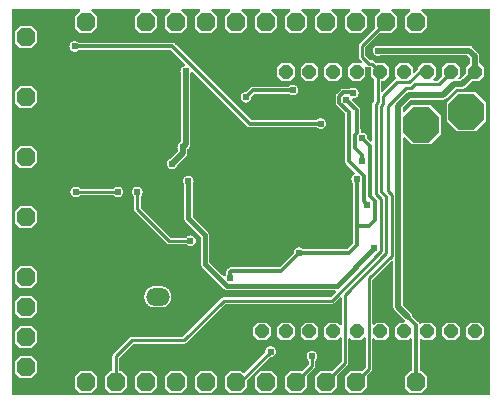
<source format=gbr>
%FSLAX23Y23*%
%MOIN*%
G70*
G01*
G75*
G04 Layer_Physical_Order=2*
G04 Layer_Color=16711680*
%ADD10R,0.024X0.024*%
%ADD11R,0.012X0.016*%
%ADD12R,0.126X0.055*%
%ADD13R,0.031X0.024*%
%ADD14R,0.018X0.012*%
%ADD15R,0.024X0.020*%
%ADD16R,0.024X0.031*%
%ADD17R,0.039X0.039*%
%ADD18R,0.033X0.014*%
%ADD19R,0.028X0.039*%
%ADD20R,0.039X0.079*%
%ADD21R,0.039X0.063*%
%ADD22R,0.059X0.059*%
%ADD23R,0.020X0.010*%
%ADD24R,0.010X0.020*%
G04:AMPARAMS|DCode=25|XSize=20mil|YSize=10mil|CornerRadius=0mil|HoleSize=0mil|Usage=FLASHONLY|Rotation=90.000|XOffset=0mil|YOffset=0mil|HoleType=Round|Shape=Octagon|*
%AMOCTAGOND25*
4,1,8,0.002,0.010,-0.002,0.010,-0.005,0.007,-0.005,-0.007,-0.002,-0.010,0.002,-0.010,0.005,-0.007,0.005,0.007,0.002,0.010,0.0*
%
%ADD25OCTAGOND25*%

%ADD26R,0.039X0.039*%
%ADD27C,0.010*%
%ADD28C,0.010*%
%ADD29C,0.012*%
%ADD30C,0.020*%
%ADD31C,0.016*%
%ADD32C,0.014*%
%ADD33P,0.068X8X292.5*%
%ADD34P,0.051X8X202.5*%
%ADD35P,0.068X8X202.5*%
%ADD36O,0.079X0.059*%
%ADD37P,0.128X8X22.5*%
%ADD38C,0.059*%
%ADD39C,0.024*%
%ADD40C,0.026*%
G36*
X248Y-44D02*
X-1346D01*
Y1243D01*
X-1119D01*
Y1237D01*
X-1137Y1219D01*
Y1181D01*
X-1119Y1163D01*
X-1081D01*
X-1063Y1181D01*
Y1219D01*
X-1081Y1237D01*
Y1237D01*
D01*
Y1239D01*
X-1077Y1243D01*
X-919D01*
Y1237D01*
X-937Y1219D01*
Y1181D01*
X-919Y1163D01*
X-881D01*
X-863Y1181D01*
Y1219D01*
X-881Y1237D01*
Y1237D01*
D01*
Y1239D01*
X-877Y1243D01*
X-819D01*
Y1237D01*
X-837Y1219D01*
Y1181D01*
X-819Y1163D01*
X-781D01*
X-763Y1181D01*
Y1219D01*
X-781Y1237D01*
Y1237D01*
D01*
Y1239D01*
X-777Y1243D01*
X-719D01*
Y1237D01*
X-737Y1219D01*
Y1181D01*
X-719Y1163D01*
X-681D01*
X-663Y1181D01*
Y1219D01*
X-681Y1237D01*
Y1237D01*
D01*
Y1239D01*
X-677Y1243D01*
X-619D01*
Y1237D01*
X-637Y1219D01*
Y1181D01*
X-619Y1163D01*
X-581D01*
X-563Y1181D01*
Y1219D01*
X-581Y1237D01*
Y1237D01*
D01*
Y1239D01*
X-577Y1243D01*
X-519D01*
Y1237D01*
X-537Y1219D01*
Y1181D01*
X-519Y1163D01*
X-481D01*
X-463Y1181D01*
Y1219D01*
X-481Y1237D01*
Y1237D01*
D01*
Y1239D01*
X-477Y1243D01*
X-419D01*
Y1237D01*
X-437Y1219D01*
Y1181D01*
X-419Y1163D01*
X-381D01*
X-363Y1181D01*
Y1219D01*
X-381Y1237D01*
Y1237D01*
D01*
Y1239D01*
X-377Y1243D01*
X-319D01*
Y1237D01*
X-337Y1219D01*
Y1181D01*
X-319Y1163D01*
X-281D01*
X-263Y1181D01*
Y1219D01*
X-281Y1237D01*
Y1237D01*
D01*
Y1239D01*
X-277Y1243D01*
X-219D01*
Y1237D01*
X-237Y1219D01*
Y1181D01*
X-219Y1163D01*
X-181D01*
X-163Y1181D01*
Y1219D01*
X-181Y1237D01*
Y1237D01*
D01*
Y1239D01*
X-177Y1243D01*
X-119D01*
Y1237D01*
X-137Y1219D01*
Y1181D01*
X-136Y1180D01*
X-187Y1129D01*
X-187Y1128D01*
X-187Y1128D01*
X-188Y1127D01*
X-188Y1127D01*
X-188Y1127D01*
X-188Y1126D01*
X-189Y1126D01*
X-189Y1125D01*
X-189Y1125D01*
X-189Y1124D01*
X-189Y1124D01*
X-190Y1123D01*
X-190Y1123D01*
X-190Y1122D01*
X-190Y1122D01*
X-190Y1121D01*
Y1084D01*
X-190Y1083D01*
X-190Y1083D01*
X-190Y1082D01*
X-190Y1082D01*
X-189Y1081D01*
X-189Y1081D01*
X-189Y1080D01*
X-189Y1080D01*
X-189Y1079D01*
X-188Y1079D01*
X-188Y1078D01*
X-188Y1078D01*
X-188Y1078D01*
X-187Y1077D01*
X-187Y1077D01*
X-187Y1076D01*
X-179Y1068D01*
X-183Y1065D01*
X-212D01*
X-227Y1050D01*
Y1020D01*
X-212Y1005D01*
X-183D01*
X-168Y1020D01*
Y1050D01*
X-160Y1051D01*
X-160Y1051D01*
D01*
X-160Y1051D01*
X-160Y1051D01*
X-159Y1051D01*
X-159Y1051D01*
X-159Y1051D01*
X-158Y1051D01*
X-158Y1051D01*
X-158Y1051D01*
D01*
X-158Y1051D01*
X-158Y1051D01*
X-157Y1051D01*
X-157Y1051D01*
X-150D01*
X-148Y1049D01*
Y1020D01*
X-138Y1010D01*
Y938D01*
X-142Y934D01*
X-142Y934D01*
X-143Y933D01*
X-143Y933D01*
X-143Y933D01*
X-144Y932D01*
X-144Y932D01*
X-144Y931D01*
X-144Y931D01*
X-145Y930D01*
X-145Y930D01*
X-145Y929D01*
X-145Y929D01*
X-145Y928D01*
X-145Y928D01*
X-145Y927D01*
X-145Y927D01*
Y805D01*
X-151Y802D01*
X-161Y813D01*
X-161Y813D01*
X-161Y814D01*
X-161Y815D01*
X-161Y815D01*
X-161Y816D01*
X-162Y817D01*
X-162Y818D01*
X-162Y818D01*
X-162Y819D01*
X-162Y820D01*
X-162Y820D01*
X-163Y821D01*
X-163Y822D01*
X-163Y822D01*
X-164Y823D01*
X-164Y824D01*
X-165Y824D01*
X-165Y825D01*
X-165Y825D01*
X-166Y826D01*
X-166Y827D01*
X-167Y827D01*
X-168Y828D01*
X-168Y828D01*
X-169Y828D01*
X-169Y829D01*
X-170Y829D01*
X-171Y830D01*
X-171Y830D01*
X-172Y830D01*
X-173Y831D01*
X-173Y831D01*
X-174Y831D01*
X-175Y831D01*
X-175Y831D01*
X-176Y831D01*
X-177Y832D01*
X-178Y832D01*
X-178Y832D01*
X-179Y832D01*
X-180Y832D01*
X-180Y832D01*
X-181Y832D01*
X-181Y832D01*
X-185Y861D01*
Y907D01*
X-185Y908D01*
X-185Y908D01*
X-186Y909D01*
X-186Y910D01*
X-186Y910D01*
X-186Y911D01*
X-186Y911D01*
X-186Y912D01*
X-187Y912D01*
X-187Y913D01*
X-187Y913D01*
X-187Y914D01*
X-188Y914D01*
X-188Y915D01*
X-188Y915D01*
X-189Y916D01*
X-212Y939D01*
X-212Y945D01*
X-210Y946D01*
X-209Y946D01*
X-209Y946D01*
X-208Y946D01*
X-207Y946D01*
X-207Y946D01*
X-206Y946D01*
X-205Y947D01*
X-204Y947D01*
X-204Y947D01*
X-203Y947D01*
X-202Y947D01*
X-202Y947D01*
X-201Y948D01*
X-200Y948D01*
X-200Y948D01*
X-199Y949D01*
X-198Y949D01*
X-198Y950D01*
X-197Y950D01*
X-197Y950D01*
X-196Y951D01*
X-195Y951D01*
X-195Y952D01*
X-194Y953D01*
X-194Y953D01*
X-194Y954D01*
X-193Y954D01*
X-193Y955D01*
X-192Y956D01*
X-192Y956D01*
X-192Y957D01*
X-191Y958D01*
X-191Y958D01*
X-191Y959D01*
X-191Y960D01*
X-191Y960D01*
X-191Y961D01*
X-190Y962D01*
X-190Y963D01*
X-190Y963D01*
X-190Y964D01*
X-190Y965D01*
X-190Y965D01*
X-190Y966D01*
X-191Y967D01*
X-191Y968D01*
X-191Y968D01*
X-191Y969D01*
X-191Y970D01*
X-191Y970D01*
X-192Y971D01*
X-192Y972D01*
X-192Y972D01*
X-193Y973D01*
X-193Y974D01*
X-194Y974D01*
X-194Y975D01*
X-194Y975D01*
X-195Y976D01*
X-195Y977D01*
X-196Y977D01*
X-197Y978D01*
X-197Y978D01*
X-198Y978D01*
X-198Y979D01*
X-199Y979D01*
X-200Y980D01*
X-200Y980D01*
X-201Y980D01*
X-202Y981D01*
X-202Y981D01*
X-203Y981D01*
X-204Y981D01*
X-204Y981D01*
X-205Y981D01*
X-206Y982D01*
X-207Y982D01*
X-207Y982D01*
X-208Y982D01*
X-209Y982D01*
X-209Y982D01*
X-210Y982D01*
X-211Y981D01*
X-212Y981D01*
X-212Y981D01*
X-213Y981D01*
X-214Y981D01*
X-214Y981D01*
X-215Y980D01*
X-216Y980D01*
X-216Y980D01*
X-217Y979D01*
X-218Y979D01*
X-218Y978D01*
X-219Y978D01*
X-219Y978D01*
X-220Y977D01*
X-242D01*
X-242Y977D01*
X-243Y977D01*
X-244Y977D01*
X-244Y977D01*
X-245Y977D01*
X-245Y977D01*
X-246Y977D01*
X-246Y977D01*
X-247Y976D01*
X-247Y976D01*
X-248Y976D01*
X-248Y975D01*
X-249Y975D01*
X-249Y975D01*
X-250Y974D01*
X-250Y974D01*
X-264Y960D01*
X-264Y960D01*
X-265Y959D01*
X-265Y959D01*
X-265Y958D01*
X-266Y958D01*
X-266Y957D01*
X-266Y957D01*
X-267Y956D01*
X-267Y956D01*
X-267Y955D01*
X-267Y955D01*
X-267Y954D01*
X-267Y954D01*
X-267Y953D01*
X-267Y952D01*
X-267Y952D01*
Y932D01*
X-267Y931D01*
X-267Y931D01*
X-267Y931D01*
X-267D01*
X-267Y930D01*
X-267Y930D01*
X-267Y929D01*
X-267Y929D01*
X-267D01*
X-267Y929D01*
X-267Y928D01*
X-267Y927D01*
X-266Y927D01*
X-266Y927D01*
X-266Y927D01*
X-266Y926D01*
X-266Y926D01*
X-265Y925D01*
X-265Y925D01*
X-265Y925D01*
X-264Y924D01*
X-264Y924D01*
X-235Y895D01*
Y736D01*
X-235Y736D01*
X-235Y735D01*
X-235Y735D01*
X-235Y734D01*
X-235Y734D01*
X-235Y733D01*
X-234Y732D01*
X-234Y732D01*
X-234Y731D01*
X-234Y731D01*
X-233Y730D01*
X-233Y730D01*
X-233Y729D01*
X-232Y729D01*
X-232Y729D01*
X-232Y728D01*
X-208Y704D01*
X-204Y694D01*
X-204Y693D01*
X-204Y693D01*
X-205Y693D01*
X-206Y693D01*
X-206Y692D01*
X-207Y692D01*
X-208Y691D01*
X-208Y691D01*
X-209Y690D01*
X-209Y690D01*
X-210Y689D01*
X-210Y689D01*
X-211Y688D01*
X-211Y688D01*
X-212Y687D01*
X-212Y687D01*
X-212Y686D01*
X-213Y685D01*
X-213Y685D01*
X-213Y684D01*
X-214Y683D01*
X-214Y683D01*
X-214Y682D01*
X-214Y681D01*
X-215Y681D01*
X-215Y680D01*
X-215Y679D01*
X-215Y678D01*
X-215Y678D01*
X-215Y677D01*
X-215Y676D01*
X-215Y676D01*
X-215Y675D01*
X-215Y674D01*
X-215Y673D01*
X-214Y673D01*
X-214Y672D01*
X-214Y671D01*
X-214Y671D01*
X-213Y670D01*
X-213Y669D01*
X-213Y669D01*
X-212Y668D01*
X-212Y667D01*
X-212Y667D01*
X-211Y666D01*
X-211Y666D01*
X-210Y665D01*
X-210Y664D01*
X-209Y664D01*
X-209Y664D01*
Y519D01*
Y462D01*
X-228Y443D01*
X-376D01*
X-376Y443D01*
X-377Y444D01*
X-378Y444D01*
X-378Y445D01*
X-379Y445D01*
X-379Y445D01*
X-380Y446D01*
X-380Y446D01*
X-381Y447D01*
X-382Y447D01*
X-382Y447D01*
X-383Y448D01*
X-384Y448D01*
X-384Y448D01*
X-385Y448D01*
X-386Y448D01*
X-387Y448D01*
X-387Y449D01*
X-388Y449D01*
X-389Y449D01*
X-390Y449D01*
X-390Y449D01*
X-391Y449D01*
X-392Y449D01*
X-392Y448D01*
X-393Y448D01*
X-394Y448D01*
X-395Y448D01*
X-395Y448D01*
X-396Y448D01*
X-397Y447D01*
X-397Y447D01*
X-398Y447D01*
X-399Y446D01*
X-399Y446D01*
X-400Y445D01*
X-400Y445D01*
X-401Y445D01*
X-402Y444D01*
X-402Y444D01*
X-403Y443D01*
X-403Y442D01*
X-404Y442D01*
X-404Y441D01*
X-404Y441D01*
X-405Y440D01*
X-405Y439D01*
X-405Y439D01*
X-406Y438D01*
X-406Y437D01*
X-406Y437D01*
X-407Y436D01*
X-407Y435D01*
X-407Y435D01*
X-407Y434D01*
X-407Y433D01*
X-407Y432D01*
X-407Y432D01*
X-407Y431D01*
X-407Y430D01*
X-407Y430D01*
X-407Y430D01*
X-453Y384D01*
X-615D01*
X-615Y384D01*
X-616Y384D01*
X-616Y384D01*
X-617Y384D01*
X-617Y384D01*
X-618Y383D01*
X-618Y383D01*
X-619Y383D01*
X-620Y383D01*
X-620Y383D01*
X-621Y382D01*
X-621Y382D01*
X-622Y382D01*
X-622Y381D01*
X-622Y381D01*
X-623Y381D01*
X-623Y380D01*
X-627Y376D01*
X-628Y376D01*
X-628Y375D01*
X-628Y375D01*
X-629Y375D01*
X-629Y374D01*
X-629Y374D01*
X-630Y373D01*
X-630Y373D01*
X-630Y372D01*
X-630Y371D01*
X-630Y371D01*
X-631Y370D01*
X-631Y370D01*
X-631Y369D01*
X-631Y369D01*
X-631Y368D01*
Y359D01*
X-631Y359D01*
X-632Y359D01*
X-632Y358D01*
X-633Y357D01*
X-633Y357D01*
X-633Y356D01*
X-634Y356D01*
X-634Y355D01*
X-635Y354D01*
X-635Y354D01*
X-635Y353D01*
X-635Y353D01*
X-636Y353D01*
X-646Y356D01*
X-690Y400D01*
Y491D01*
X-690Y492D01*
X-690Y492D01*
X-690Y492D01*
X-690Y493D01*
X-690Y494D01*
X-690Y494D01*
X-690Y495D01*
X-690Y495D01*
X-691Y496D01*
X-691Y497D01*
X-691Y497D01*
X-691Y498D01*
X-691Y498D01*
X-691Y498D01*
X-692Y498D01*
X-692Y499D01*
X-692Y499D01*
X-692Y499D01*
X-693Y500D01*
X-693Y500D01*
X-693Y500D01*
X-694Y501D01*
X-744Y551D01*
Y659D01*
X-744Y659D01*
X-744Y660D01*
X-743Y660D01*
X-743Y661D01*
X-742Y662D01*
X-742Y662D01*
X-742Y663D01*
X-741Y664D01*
X-741Y664D01*
X-741Y665D01*
X-741Y666D01*
X-741Y666D01*
X-741Y667D01*
X-740Y668D01*
X-740Y669D01*
X-740Y669D01*
X-740Y670D01*
X-740Y671D01*
X-740Y671D01*
X-740Y672D01*
X-741Y673D01*
X-741Y674D01*
X-741Y674D01*
X-741Y675D01*
X-741Y676D01*
X-741Y676D01*
X-742Y677D01*
X-742Y678D01*
X-742Y678D01*
X-743Y679D01*
X-743Y680D01*
X-744Y680D01*
X-744Y681D01*
X-744Y681D01*
X-745Y682D01*
X-745Y683D01*
X-746Y683D01*
X-747Y684D01*
X-747Y684D01*
X-748Y684D01*
X-748Y685D01*
X-749Y685D01*
X-750Y686D01*
X-750Y686D01*
X-751Y686D01*
X-752Y687D01*
X-752Y687D01*
X-753Y687D01*
X-754Y687D01*
X-754Y687D01*
X-755Y687D01*
X-756Y688D01*
X-757Y688D01*
X-757Y688D01*
X-758Y688D01*
X-759Y688D01*
X-759Y688D01*
X-760Y688D01*
X-761Y687D01*
X-762Y687D01*
X-762Y687D01*
X-763Y687D01*
X-764Y687D01*
X-764Y687D01*
X-765Y686D01*
X-766Y686D01*
X-766Y686D01*
X-767Y685D01*
X-768Y685D01*
X-768Y684D01*
X-769Y684D01*
X-769Y684D01*
X-770Y683D01*
X-771Y683D01*
X-771Y682D01*
X-772Y681D01*
X-772Y681D01*
X-772Y680D01*
X-773Y680D01*
X-773Y679D01*
X-774Y678D01*
X-774Y678D01*
X-774Y677D01*
X-775Y676D01*
X-775Y676D01*
X-775Y675D01*
X-775Y674D01*
X-775Y674D01*
X-775Y673D01*
X-776Y672D01*
X-776Y671D01*
X-776Y671D01*
X-776Y670D01*
X-776Y669D01*
X-776Y669D01*
X-776Y668D01*
X-775Y667D01*
X-775Y666D01*
X-775Y666D01*
X-775Y665D01*
X-775Y664D01*
X-775Y664D01*
X-774Y663D01*
X-774Y662D01*
X-774Y662D01*
X-773Y661D01*
X-773Y660D01*
X-772Y660D01*
X-772Y659D01*
X-772Y659D01*
Y546D01*
X-772Y545D01*
X-772Y544D01*
X-772Y544D01*
X-772Y543D01*
X-771Y542D01*
X-771Y542D01*
X-771D01*
X-771Y542D01*
X-771Y541D01*
X-771Y541D01*
X-771D01*
X-771Y541D01*
X-771Y540D01*
X-770Y539D01*
X-770Y539D01*
X-770Y538D01*
X-769Y538D01*
X-769Y537D01*
X-769Y537D01*
X-768Y536D01*
X-768Y536D01*
X-768Y536D01*
X-768Y536D01*
X-717Y485D01*
Y394D01*
X-717Y394D01*
X-717Y393D01*
X-717Y392D01*
X-717Y392D01*
X-717Y391D01*
X-717Y390D01*
X-716Y390D01*
X-716Y389D01*
X-716Y389D01*
X-716Y388D01*
X-715Y388D01*
X-715Y387D01*
X-715Y386D01*
X-714Y386D01*
X-714Y385D01*
X-714Y385D01*
X-713Y384D01*
X-639Y311D01*
Y311D01*
X-639Y311D01*
X-639Y311D01*
Y311D01*
X-639Y310D01*
X-638Y310D01*
X-638Y309D01*
X-637Y309D01*
X-637Y309D01*
X-636Y308D01*
X-636Y308D01*
X-635Y308D01*
X-635Y308D01*
X-634Y307D01*
X-634Y307D01*
X-634Y307D01*
D01*
X-634Y307D01*
X-634Y307D01*
X-633Y307D01*
X-633Y307D01*
X-633Y307D01*
X-633Y307D01*
D01*
X-633Y307D01*
X-633Y307D01*
X-632Y307D01*
X-632Y307D01*
X-632Y307D01*
X-632Y307D01*
D01*
X-632Y307D01*
X-632Y307D01*
X-631Y307D01*
X-630Y307D01*
X-630Y307D01*
X-630Y307D01*
X-268D01*
X-266Y301D01*
X-284Y283D01*
X-640D01*
X-641Y283D01*
X-641Y283D01*
X-642Y283D01*
X-642Y283D01*
X-643Y282D01*
X-643Y282D01*
X-644Y282D01*
X-644Y282D01*
X-644Y282D01*
X-645Y282D01*
X-645Y281D01*
X-646Y281D01*
X-646Y281D01*
X-646Y281D01*
X-647Y280D01*
X-647Y280D01*
X-648Y280D01*
X-778Y149D01*
X-947D01*
X-948Y149D01*
X-949Y149D01*
X-949Y149D01*
X-950Y149D01*
X-950Y149D01*
X-951Y149D01*
X-951Y149D01*
X-952Y149D01*
X-952Y148D01*
X-952Y148D01*
X-953Y148D01*
X-953Y148D01*
X-954Y147D01*
X-954Y147D01*
X-954Y147D01*
X-955Y147D01*
X-955Y146D01*
X-1008Y94D01*
X-1008Y93D01*
X-1008Y93D01*
X-1009Y92D01*
X-1009Y92D01*
X-1009Y92D01*
X-1009Y91D01*
X-1010Y91D01*
X-1010Y90D01*
X-1010Y90D01*
X-1010Y89D01*
X-1010Y89D01*
X-1011Y88D01*
X-1011Y88D01*
X-1011Y87D01*
X-1011Y87D01*
X-1011Y86D01*
Y37D01*
X-1019D01*
X-1037Y19D01*
Y-19D01*
X-1019Y-37D01*
X-981D01*
X-963Y-19D01*
Y19D01*
X-981Y37D01*
X-989D01*
Y82D01*
X-943Y128D01*
X-774D01*
X-773Y128D01*
X-772Y128D01*
X-772Y128D01*
X-771Y128D01*
X-771Y128D01*
X-771D01*
X-771Y128D01*
X-771Y128D01*
X-770Y128D01*
X-770Y128D01*
X-769Y129D01*
X-769Y129D01*
X-768Y129D01*
X-768Y129D01*
X-768Y129D01*
X-768Y129D01*
X-767Y130D01*
X-767Y130D01*
X-767Y130D01*
X-766Y130D01*
X-766Y131D01*
X-636Y261D01*
X-280D01*
X-279Y261D01*
X-279Y261D01*
X-278Y261D01*
X-278Y261D01*
X-277Y262D01*
X-277D01*
X-277Y262D01*
X-277Y262D01*
X-277Y262D01*
X-276Y262D01*
X-276Y262D01*
X-275Y262D01*
X-275Y263D01*
X-275Y263D01*
X-275Y263D01*
X-274Y263D01*
X-274Y263D01*
X-274Y263D01*
X-273Y264D01*
X-273Y264D01*
X-272Y264D01*
X-252Y284D01*
X-247Y282D01*
Y191D01*
X-252Y189D01*
X-261Y198D01*
X-291D01*
X-306Y184D01*
Y154D01*
X-291Y139D01*
X-261D01*
X-252Y149D01*
X-247Y146D01*
Y68D01*
X-278Y37D01*
X-281D01*
X-281Y37D01*
X-281Y37D01*
X-319D01*
X-337Y19D01*
Y-19D01*
X-319Y-37D01*
X-281D01*
X-263Y-19D01*
Y19D01*
X-264Y20D01*
X-228Y56D01*
X-228Y57D01*
X-228Y57D01*
X-227Y58D01*
X-227Y58D01*
X-227Y59D01*
X-226Y59D01*
X-226Y60D01*
X-226Y60D01*
X-226Y60D01*
X-226Y61D01*
X-226Y61D01*
X-225Y62D01*
X-225Y62D01*
X-225Y63D01*
X-225Y63D01*
X-225Y64D01*
Y145D01*
X-220Y147D01*
X-212Y139D01*
X-183D01*
X-172Y150D01*
X-167Y148D01*
Y48D01*
X-178Y37D01*
X-181D01*
X-181Y37D01*
X-181Y37D01*
X-219D01*
X-237Y19D01*
Y-19D01*
X-219Y-37D01*
X-181D01*
X-163Y-19D01*
Y19D01*
X-164Y20D01*
X-148Y36D01*
X-148Y37D01*
X-148Y37D01*
X-147Y38D01*
X-147Y38D01*
X-147Y38D01*
X-147Y39D01*
X-146Y39D01*
X-146Y40D01*
X-146Y40D01*
X-146Y40D01*
X-146Y40D01*
X-146Y41D01*
X-146Y41D01*
X-146Y41D01*
X-146Y41D01*
Y41D01*
X-145Y42D01*
X-145Y42D01*
X-145Y43D01*
X-145Y43D01*
X-145Y44D01*
Y143D01*
X-140Y146D01*
X-134Y139D01*
X-104D01*
X-89Y154D01*
Y184D01*
X-104Y198D01*
X-134D01*
X-140Y192D01*
X-145Y194D01*
Y341D01*
X-80Y407D01*
X-75Y404D01*
Y249D01*
X-75Y249D01*
X-74Y248D01*
X-74Y248D01*
X-74Y247D01*
X-74Y247D01*
X-74Y247D01*
X-74Y246D01*
X-74Y246D01*
X-74Y245D01*
X-74Y245D01*
X-74Y245D01*
X-74Y244D01*
X-74Y244D01*
X-74D01*
X-73Y243D01*
X-73Y243D01*
X-73Y242D01*
X-72Y241D01*
X-72Y241D01*
X-72Y240D01*
X-71Y240D01*
X-71Y240D01*
X-71Y239D01*
X-71Y239D01*
X-70Y239D01*
X-70Y238D01*
X-37Y206D01*
X-37Y205D01*
X-36Y205D01*
X-36Y204D01*
X-35Y204D01*
X-36Y203D01*
X-39Y198D01*
X-55D01*
X-70Y184D01*
Y154D01*
X-55Y139D01*
X-25D01*
X-18Y146D01*
X-13Y144D01*
Y37D01*
X-19D01*
X-37Y19D01*
Y-19D01*
X-19Y-37D01*
X19D01*
X37Y-19D01*
Y19D01*
X19Y37D01*
X13D01*
Y143D01*
X18Y145D01*
X24Y139D01*
X54D01*
X68Y154D01*
Y184D01*
X54Y198D01*
X24D01*
X21Y196D01*
X13Y194D01*
X12Y194D01*
X12Y194D01*
X12Y194D01*
X12Y195D01*
X12Y195D01*
X12Y196D01*
X11Y197D01*
X11Y197D01*
X11Y197D01*
X11Y198D01*
X10Y198D01*
X10Y199D01*
X10Y199D01*
X9Y199D01*
X9Y199D01*
X9Y200D01*
X-11Y219D01*
X-11Y219D01*
X-11Y220D01*
X-11Y221D01*
X-11Y221D01*
X-11Y222D01*
X-12Y223D01*
X-12Y223D01*
X-12Y224D01*
X-13Y225D01*
X-13Y225D01*
X-13Y226D01*
X-14Y226D01*
X-14Y227D01*
X-15Y227D01*
X-15Y228D01*
X-43Y256D01*
Y814D01*
X-38Y816D01*
X-14Y793D01*
X50D01*
X83Y826D01*
Y891D01*
X50Y923D01*
X-14D01*
X-38Y900D01*
X-43Y902D01*
Y916D01*
X-16Y942D01*
X92D01*
X93Y942D01*
X94Y943D01*
X94Y943D01*
X94Y943D01*
X95Y943D01*
X95Y943D01*
X96Y943D01*
X96Y943D01*
X97Y943D01*
X98Y943D01*
X98Y944D01*
X99Y944D01*
X100Y944D01*
X100Y945D01*
X101Y945D01*
X101Y945D01*
X102Y946D01*
X102Y946D01*
X102Y946D01*
X102Y946D01*
X103Y947D01*
X103Y947D01*
X134Y978D01*
X155D01*
X156Y978D01*
X156Y978D01*
X157Y978D01*
X157Y978D01*
X157Y978D01*
X158Y978D01*
X158Y978D01*
X159Y978D01*
X160Y979D01*
X160Y979D01*
X161Y979D01*
X162Y979D01*
X162Y980D01*
X163Y980D01*
X163Y980D01*
X164Y981D01*
X164Y981D01*
X164Y981D01*
X165Y981D01*
X165Y982D01*
X166Y982D01*
X166Y983D01*
X189Y1005D01*
X211D01*
X226Y1020D01*
Y1050D01*
X212Y1064D01*
Y1087D01*
X212Y1087D01*
X212Y1088D01*
X212Y1088D01*
X212Y1088D01*
X212Y1089D01*
X212Y1089D01*
X212Y1090D01*
X212Y1090D01*
X212Y1091D01*
X211Y1091D01*
X211Y1091D01*
X211Y1092D01*
X211Y1092D01*
X211Y1093D01*
X210Y1093D01*
X210Y1094D01*
X210Y1095D01*
X210Y1095D01*
X209Y1096D01*
X209Y1096D01*
X209Y1096D01*
X209Y1097D01*
X208Y1097D01*
X208Y1097D01*
X207Y1098D01*
X189Y1116D01*
X189Y1117D01*
X188Y1117D01*
X188Y1117D01*
X188Y1117D01*
X187Y1118D01*
X187Y1118D01*
X186Y1118D01*
X186Y1119D01*
X185Y1119D01*
X185Y1119D01*
X184Y1120D01*
X183Y1120D01*
X183Y1120D01*
X182Y1120D01*
X182Y1120D01*
X182Y1120D01*
X181Y1120D01*
X181Y1121D01*
X180Y1121D01*
X180Y1121D01*
X180Y1121D01*
X179Y1121D01*
X179Y1121D01*
X178Y1121D01*
X-117D01*
X-117Y1121D01*
X-118Y1121D01*
X-119Y1122D01*
X-119Y1122D01*
X-120Y1122D01*
X-121Y1122D01*
X-121Y1122D01*
X-122Y1122D01*
X-123Y1123D01*
X-124Y1123D01*
X-124Y1123D01*
X-125Y1123D01*
X-126Y1123D01*
X-126Y1123D01*
X-127Y1123D01*
X-128Y1122D01*
X-129Y1122D01*
X-129Y1122D01*
X-130Y1122D01*
X-131Y1122D01*
X-131Y1122D01*
X-132Y1121D01*
X-133Y1121D01*
X-133Y1121D01*
X-134Y1120D01*
X-135Y1120D01*
X-135Y1119D01*
X-136Y1119D01*
X-136Y1119D01*
X-137Y1118D01*
X-138Y1118D01*
X-138Y1117D01*
X-139Y1116D01*
X-139Y1116D01*
X-139Y1115D01*
X-140Y1115D01*
X-140Y1114D01*
X-141Y1113D01*
X-141Y1113D01*
X-141Y1112D01*
X-142Y1111D01*
X-142Y1111D01*
X-142Y1110D01*
X-142Y1109D01*
X-142Y1109D01*
X-142Y1108D01*
X-143Y1107D01*
X-143Y1106D01*
X-143Y1106D01*
X-143Y1105D01*
X-143Y1104D01*
X-143Y1104D01*
X-143Y1103D01*
X-142Y1102D01*
X-142Y1101D01*
X-142Y1101D01*
X-142Y1100D01*
X-142Y1099D01*
X-142Y1099D01*
X-141Y1098D01*
X-141Y1097D01*
X-141Y1097D01*
X-140Y1096D01*
X-140Y1095D01*
X-139Y1095D01*
X-139Y1094D01*
X-139Y1094D01*
X-138Y1093D01*
X-138Y1092D01*
X-137Y1092D01*
X-136Y1091D01*
X-136Y1091D01*
X-135Y1091D01*
X-135Y1090D01*
X-134Y1090D01*
X-133Y1089D01*
X-133Y1089D01*
X-132Y1089D01*
X-131Y1088D01*
X-131Y1088D01*
X-130Y1088D01*
X-129Y1088D01*
X-129Y1088D01*
X-128Y1088D01*
X-127Y1087D01*
X-126Y1087D01*
X-126Y1087D01*
X-125Y1087D01*
X-124Y1087D01*
X-124Y1087D01*
X-123Y1087D01*
X-122Y1088D01*
X-121Y1088D01*
X-121Y1088D01*
X-120Y1088D01*
X-119Y1088D01*
X-119Y1088D01*
X-118Y1089D01*
X-117Y1089D01*
X-117Y1089D01*
X171D01*
X180Y1080D01*
Y1064D01*
X167Y1050D01*
Y1028D01*
X149Y1010D01*
X143Y1011D01*
X142Y1015D01*
X147Y1020D01*
Y1050D01*
X132Y1065D01*
X103D01*
X88Y1050D01*
Y1021D01*
X72Y1004D01*
X60D01*
X58Y1010D01*
X68Y1020D01*
Y1050D01*
X54Y1065D01*
X24D01*
X9Y1050D01*
Y1045D01*
X9Y1045D01*
X9Y1045D01*
X8Y1044D01*
X8Y1044D01*
X8Y1044D01*
X8Y1044D01*
X7Y1044D01*
X7Y1043D01*
X6Y1043D01*
X6Y1043D01*
X6Y1043D01*
X-5Y1032D01*
X-10Y1034D01*
Y1050D01*
X-25Y1065D01*
X-55D01*
X-70Y1050D01*
Y1020D01*
X-67Y1018D01*
X-66Y1010D01*
X-66Y1009D01*
X-66Y1009D01*
X-67Y1009D01*
X-67Y1009D01*
X-68Y1009D01*
X-69Y1008D01*
X-69Y1008D01*
X-70Y1008D01*
X-70Y1008D01*
X-70Y1008D01*
X-70Y1007D01*
X-71Y1007D01*
X-71Y1007D01*
X-72Y1006D01*
X-111Y967D01*
X-117Y969D01*
Y1005D01*
X-104D01*
X-89Y1020D01*
Y1050D01*
X-104Y1065D01*
X-133D01*
X-138Y1070D01*
X-138Y1070D01*
X-139Y1070D01*
X-139Y1071D01*
X-140Y1071D01*
X-140Y1071D01*
X-140Y1071D01*
X-141Y1072D01*
X-141Y1072D01*
X-142Y1072D01*
X-142Y1072D01*
X-143Y1072D01*
X-143Y1073D01*
X-144Y1073D01*
X-145Y1073D01*
X-145Y1073D01*
X-146Y1073D01*
X-152D01*
X-168Y1088D01*
Y1117D01*
X-122Y1163D01*
X-119D01*
X-119Y1163D01*
X-119Y1163D01*
X-81D01*
X-63Y1181D01*
Y1219D01*
X-81Y1237D01*
Y1237D01*
D01*
Y1239D01*
X-77Y1243D01*
X-19D01*
Y1237D01*
X-37Y1219D01*
Y1181D01*
X-19Y1163D01*
X19D01*
X37Y1181D01*
Y1219D01*
X19Y1237D01*
Y1237D01*
D01*
Y1239D01*
X23Y1243D01*
X248D01*
Y-44D01*
D02*
G37*
%LPC*%
G36*
X-498Y198D02*
X-527D01*
X-542Y184D01*
Y154D01*
X-527Y139D01*
X-498D01*
X-483Y154D01*
Y184D01*
X-498Y198D01*
D02*
G37*
G36*
X-1281Y187D02*
X-1319D01*
X-1337Y169D01*
Y131D01*
X-1319Y113D01*
X-1281D01*
X-1263Y131D01*
Y169D01*
X-1281Y187D01*
D02*
G37*
G36*
X-484Y120D02*
X-485Y120D01*
X-485Y120D01*
X-486Y120D01*
X-487Y119D01*
X-488Y119D01*
X-488Y119D01*
X-489Y119D01*
X-490Y119D01*
X-490Y119D01*
X-491Y118D01*
X-492Y118D01*
X-492Y118D01*
X-493Y117D01*
X-494Y117D01*
X-494Y116D01*
X-495Y116D01*
X-495Y116D01*
X-496Y115D01*
X-497Y115D01*
X-497Y114D01*
X-498Y113D01*
X-498Y113D01*
X-498Y112D01*
X-499Y112D01*
X-499Y111D01*
X-500Y110D01*
X-500Y110D01*
X-500Y109D01*
X-501Y108D01*
X-501Y108D01*
X-501Y107D01*
X-501Y106D01*
X-501Y106D01*
X-501Y105D01*
X-502Y104D01*
X-502Y103D01*
X-502Y103D01*
X-502Y102D01*
X-502Y101D01*
X-502Y101D01*
X-502Y100D01*
X-501Y99D01*
X-501Y99D01*
X-569Y31D01*
X-575D01*
X-581Y37D01*
X-619D01*
X-637Y19D01*
Y-19D01*
X-619Y-37D01*
X-581D01*
X-563Y-19D01*
Y7D01*
X-485Y84D01*
X-485Y84D01*
X-484Y84D01*
X-483Y84D01*
X-483Y84D01*
X-482Y84D01*
X-481Y85D01*
X-480Y85D01*
X-480Y85D01*
X-479Y85D01*
X-478Y85D01*
X-478Y85D01*
X-477Y86D01*
X-476Y86D01*
X-476Y86D01*
X-475Y87D01*
X-474Y87D01*
X-474Y88D01*
X-473Y88D01*
X-473Y88D01*
X-472Y89D01*
X-471Y89D01*
X-471Y90D01*
X-470Y91D01*
X-470Y91D01*
X-470Y92D01*
X-469Y92D01*
X-469Y93D01*
X-468Y94D01*
X-468Y94D01*
X-468Y95D01*
X-467Y96D01*
X-467Y96D01*
X-467Y97D01*
X-467Y98D01*
X-467Y98D01*
X-467Y99D01*
X-466Y100D01*
X-466Y101D01*
X-466Y101D01*
X-466Y102D01*
X-466Y103D01*
X-466Y103D01*
X-466Y104D01*
X-467Y105D01*
X-467Y106D01*
X-467Y106D01*
X-467Y107D01*
X-467Y108D01*
X-467Y108D01*
X-468Y109D01*
X-468Y110D01*
X-468Y110D01*
X-469Y111D01*
X-469Y112D01*
X-470Y112D01*
X-470Y113D01*
X-470Y113D01*
X-471Y114D01*
X-471Y115D01*
X-472Y115D01*
X-473Y116D01*
X-473Y116D01*
X-474Y116D01*
X-474Y117D01*
X-475Y117D01*
X-476Y118D01*
X-476Y118D01*
X-477Y118D01*
X-478Y119D01*
X-478Y119D01*
X-479Y119D01*
X-480Y119D01*
X-480Y119D01*
X-481Y119D01*
X-482Y120D01*
X-483Y120D01*
X-483Y120D01*
X-484Y120D01*
D02*
G37*
G36*
X-419Y198D02*
X-448D01*
X-463Y184D01*
Y154D01*
X-448Y139D01*
X-419D01*
X-404Y154D01*
Y184D01*
X-419Y198D01*
D02*
G37*
G36*
X211D02*
X181D01*
X167Y184D01*
Y154D01*
X181Y139D01*
X211D01*
X226Y154D01*
Y184D01*
X211Y198D01*
D02*
G37*
G36*
X132D02*
X103D01*
X88Y184D01*
Y154D01*
X103Y139D01*
X132D01*
X147Y154D01*
Y184D01*
X132Y198D01*
D02*
G37*
G36*
X-340D02*
X-370D01*
X-384Y184D01*
Y154D01*
X-370Y139D01*
X-340D01*
X-325Y154D01*
Y184D01*
X-340Y198D01*
D02*
G37*
G36*
X-781Y37D02*
X-819D01*
X-837Y19D01*
Y-19D01*
X-819Y-37D01*
X-781D01*
X-763Y-19D01*
Y19D01*
X-781Y37D01*
D02*
G37*
G36*
X-881D02*
X-919D01*
X-937Y19D01*
Y-19D01*
X-919Y-37D01*
X-881D01*
X-863Y-19D01*
Y19D01*
X-881Y37D01*
D02*
G37*
G36*
X-1081D02*
X-1119D01*
X-1137Y19D01*
Y-19D01*
X-1119Y-37D01*
X-1081D01*
X-1063Y-19D01*
Y19D01*
X-1081Y37D01*
D02*
G37*
G36*
X-681D02*
X-719D01*
X-737Y19D01*
Y-19D01*
X-719Y-37D01*
X-681D01*
X-663Y-19D01*
Y19D01*
X-681Y37D01*
D02*
G37*
G36*
X-346Y104D02*
X-347Y104D01*
X-347Y104D01*
X-348Y104D01*
X-349Y103D01*
X-350Y103D01*
X-350Y103D01*
X-351Y103D01*
X-352Y103D01*
X-352Y103D01*
X-353Y102D01*
X-354Y102D01*
X-354Y102D01*
X-355Y101D01*
X-356Y101D01*
X-356Y100D01*
X-357Y100D01*
X-357Y100D01*
X-358Y99D01*
X-359Y99D01*
X-359Y98D01*
X-360Y97D01*
X-360Y97D01*
X-360Y96D01*
X-361Y96D01*
X-361Y95D01*
X-362Y94D01*
X-362Y94D01*
X-362Y93D01*
X-363Y92D01*
X-363Y92D01*
X-363Y91D01*
X-363Y90D01*
X-363Y90D01*
X-363Y89D01*
X-364Y88D01*
X-364Y87D01*
X-364Y87D01*
X-364Y86D01*
X-364Y85D01*
X-364Y85D01*
X-364Y84D01*
X-363Y83D01*
X-363Y82D01*
X-363Y82D01*
X-363Y81D01*
X-363Y80D01*
X-363Y80D01*
X-362Y79D01*
X-362Y78D01*
X-362Y78D01*
X-361Y77D01*
X-361Y76D01*
X-360Y76D01*
X-360Y75D01*
X-360Y75D01*
X-359Y74D01*
X-359Y73D01*
X-358Y73D01*
X-357Y72D01*
X-357Y72D01*
X-357Y72D01*
Y58D01*
X-378Y37D01*
X-381D01*
X-381Y37D01*
X-381Y37D01*
X-419D01*
X-437Y19D01*
Y-19D01*
X-419Y-37D01*
X-381D01*
X-363Y-19D01*
Y19D01*
X-364Y20D01*
X-338Y46D01*
X-338Y47D01*
X-338Y47D01*
X-338Y47D01*
X-337Y48D01*
X-337Y48D01*
X-337Y48D01*
X-337Y49D01*
X-337Y49D01*
X-336Y49D01*
X-336Y50D01*
X-336Y50D01*
X-336Y51D01*
X-336Y51D01*
X-335Y52D01*
X-335Y52D01*
X-335Y53D01*
X-335Y53D01*
X-335Y54D01*
Y72D01*
X-335Y72D01*
X-335Y72D01*
X-334Y73D01*
X-333Y73D01*
X-333Y74D01*
X-332Y75D01*
X-332Y75D01*
X-332Y76D01*
X-331Y76D01*
X-331Y77D01*
X-330Y78D01*
X-330Y78D01*
X-330Y79D01*
X-329Y80D01*
X-329Y80D01*
X-329Y81D01*
X-329Y82D01*
X-329Y82D01*
X-329Y83D01*
X-328Y84D01*
X-328Y85D01*
X-328Y85D01*
X-328Y86D01*
X-328Y87D01*
X-328Y87D01*
X-328Y88D01*
X-329Y89D01*
X-329Y90D01*
X-329Y90D01*
X-329Y91D01*
X-329Y92D01*
X-329Y92D01*
X-330Y93D01*
X-330Y94D01*
X-330Y94D01*
X-331Y95D01*
X-331Y96D01*
X-332Y96D01*
X-332Y97D01*
X-332Y97D01*
X-333Y98D01*
X-333Y99D01*
X-334Y99D01*
X-335Y100D01*
X-335Y100D01*
X-336Y100D01*
X-336Y101D01*
X-337Y101D01*
X-338Y102D01*
X-338Y102D01*
X-339Y102D01*
X-340Y103D01*
X-340Y103D01*
X-341Y103D01*
X-342Y103D01*
X-342Y103D01*
X-343Y103D01*
X-344Y104D01*
X-345Y104D01*
X-345Y104D01*
X-346Y104D01*
D02*
G37*
G36*
X-1281Y87D02*
X-1319D01*
X-1337Y69D01*
Y31D01*
X-1319Y13D01*
X-1281D01*
X-1263Y31D01*
Y69D01*
X-1281Y87D01*
D02*
G37*
G36*
X-481Y37D02*
X-519D01*
X-537Y19D01*
Y-19D01*
X-519Y-37D01*
X-481D01*
X-463Y-19D01*
Y19D01*
X-481Y37D01*
D02*
G37*
G36*
X-1281Y287D02*
X-1319D01*
X-1337Y269D01*
Y231D01*
X-1319Y213D01*
X-1281D01*
X-1263Y231D01*
Y269D01*
X-1281Y287D01*
D02*
G37*
G36*
X-410Y991D02*
X-411Y991D01*
X-412Y991D01*
X-412Y991D01*
X-413Y991D01*
X-414Y991D01*
X-414Y991D01*
X-415Y991D01*
X-416Y990D01*
X-417Y990D01*
X-417Y990D01*
X-418Y990D01*
X-418Y989D01*
X-419Y989D01*
X-420Y988D01*
X-420Y988D01*
X-421Y988D01*
X-422Y987D01*
X-422Y987D01*
X-423Y986D01*
X-423Y986D01*
X-423Y985D01*
X-542D01*
X-543Y985D01*
X-543Y985D01*
X-544Y985D01*
X-544Y985D01*
X-545Y985D01*
X-545Y985D01*
X-546Y985D01*
X-546Y985D01*
X-546Y985D01*
X-547Y985D01*
X-547Y984D01*
X-548Y984D01*
X-548Y984D01*
X-549Y983D01*
X-549Y983D01*
X-550Y983D01*
X-550Y982D01*
X-551Y982D01*
X-565Y968D01*
X-565Y968D01*
X-566Y968D01*
X-567Y968D01*
X-567Y968D01*
X-568Y968D01*
X-569Y967D01*
X-570Y967D01*
X-570Y967D01*
X-571Y967D01*
X-572Y967D01*
X-572Y967D01*
X-573Y966D01*
X-574Y966D01*
X-574Y966D01*
X-575Y965D01*
X-576Y965D01*
X-576Y964D01*
X-577Y964D01*
X-577Y964D01*
X-578Y963D01*
X-579Y963D01*
X-579Y962D01*
X-580Y961D01*
X-580Y961D01*
X-580Y960D01*
X-581Y960D01*
X-581Y959D01*
X-582Y958D01*
X-582Y958D01*
X-582Y957D01*
X-583Y956D01*
X-583Y956D01*
X-583Y955D01*
X-583Y954D01*
X-583Y954D01*
X-583Y953D01*
X-584Y952D01*
X-584Y951D01*
X-584Y951D01*
X-584Y950D01*
X-584Y949D01*
X-584Y949D01*
X-584Y948D01*
X-583Y947D01*
X-583Y946D01*
X-583Y946D01*
X-583Y945D01*
X-583Y944D01*
X-583Y944D01*
X-582Y943D01*
X-582Y942D01*
X-582Y942D01*
X-581Y941D01*
X-581Y940D01*
X-580Y940D01*
X-580Y939D01*
X-580Y939D01*
X-579Y938D01*
X-579Y937D01*
X-578Y937D01*
X-577Y936D01*
X-577Y936D01*
X-576Y936D01*
X-576Y935D01*
X-575Y935D01*
X-574Y934D01*
X-574Y934D01*
X-573Y934D01*
X-572Y933D01*
X-572Y933D01*
X-571Y933D01*
X-570Y933D01*
X-570Y933D01*
X-569Y933D01*
X-568Y932D01*
X-567Y932D01*
X-567Y932D01*
X-566Y932D01*
X-565Y932D01*
X-565Y932D01*
X-564Y932D01*
X-563Y933D01*
X-562Y933D01*
X-562Y933D01*
X-561Y933D01*
X-560Y933D01*
X-560Y933D01*
X-559Y934D01*
X-558Y934D01*
X-558Y934D01*
X-557Y935D01*
X-556Y935D01*
X-556Y936D01*
X-555Y936D01*
X-555Y936D01*
X-554Y937D01*
X-553Y937D01*
X-553Y938D01*
X-552Y939D01*
X-552Y939D01*
X-552Y940D01*
X-551Y940D01*
X-551Y941D01*
X-550Y942D01*
X-550Y942D01*
X-550Y943D01*
X-549Y944D01*
X-549Y944D01*
X-549Y945D01*
X-549Y946D01*
X-549Y946D01*
X-549Y947D01*
X-548Y948D01*
X-548Y949D01*
X-548Y949D01*
X-548Y950D01*
X-548Y951D01*
X-548Y951D01*
X-537Y962D01*
X-423D01*
X-423Y962D01*
X-423Y961D01*
X-422Y961D01*
X-422Y960D01*
X-421Y960D01*
X-420Y959D01*
X-420Y959D01*
X-419Y958D01*
X-418Y958D01*
X-418Y958D01*
X-417Y957D01*
X-417Y957D01*
X-416Y957D01*
X-415Y957D01*
X-414Y956D01*
X-414Y956D01*
X-413Y956D01*
X-412Y956D01*
X-412Y956D01*
X-411Y956D01*
X-410Y956D01*
X-409Y956D01*
X-409Y956D01*
X-408Y956D01*
X-407Y956D01*
X-406Y956D01*
X-406Y956D01*
X-405Y957D01*
X-404Y957D01*
X-404Y957D01*
X-403Y957D01*
X-402Y958D01*
X-402Y958D01*
X-401Y958D01*
X-400Y959D01*
X-400Y959D01*
X-399Y960D01*
X-399Y960D01*
X-398Y961D01*
X-398Y961D01*
X-397Y962D01*
X-397Y962D01*
X-396Y963D01*
X-396Y963D01*
X-395Y964D01*
X-395Y965D01*
X-394Y965D01*
X-394Y966D01*
X-394Y967D01*
X-394Y967D01*
X-393Y968D01*
X-393Y969D01*
X-393Y969D01*
X-393Y970D01*
X-393Y971D01*
X-392Y971D01*
X-392Y972D01*
X-392Y973D01*
X-392Y974D01*
X-392Y974D01*
X-392Y975D01*
X-392Y976D01*
X-393Y977D01*
X-393Y977D01*
X-393Y978D01*
X-393Y979D01*
X-393Y979D01*
X-394Y980D01*
X-394Y981D01*
X-394Y981D01*
X-394Y982D01*
X-395Y983D01*
X-395Y983D01*
X-396Y984D01*
X-396Y985D01*
X-397Y985D01*
X-397Y986D01*
X-398Y986D01*
X-398Y987D01*
X-399Y987D01*
X-399Y988D01*
X-400Y988D01*
X-400Y988D01*
X-401Y989D01*
X-402Y989D01*
X-402Y990D01*
X-403Y990D01*
X-404Y990D01*
X-404Y990D01*
X-405Y991D01*
X-406Y991D01*
X-406Y991D01*
X-407Y991D01*
X-408Y991D01*
X-409Y991D01*
X-409Y991D01*
X-410Y991D01*
D02*
G37*
G36*
X-1281Y987D02*
X-1319D01*
X-1337Y969D01*
Y931D01*
X-1319Y913D01*
X-1281D01*
X-1263Y931D01*
Y969D01*
X-1281Y987D01*
D02*
G37*
G36*
X-1137Y1137D02*
X-1138Y1137D01*
X-1138Y1137D01*
X-1139Y1137D01*
X-1140Y1136D01*
X-1141Y1136D01*
X-1141Y1136D01*
X-1142Y1136D01*
X-1143Y1136D01*
X-1143Y1136D01*
X-1144Y1135D01*
X-1145Y1135D01*
X-1145Y1135D01*
X-1146Y1134D01*
X-1147Y1134D01*
X-1147Y1133D01*
X-1148Y1133D01*
X-1148Y1133D01*
X-1149Y1132D01*
X-1150Y1132D01*
X-1150Y1131D01*
X-1151Y1130D01*
X-1151Y1130D01*
X-1151Y1129D01*
X-1152Y1129D01*
X-1152Y1128D01*
X-1153Y1127D01*
X-1153Y1127D01*
X-1153Y1126D01*
X-1154Y1125D01*
X-1154Y1125D01*
X-1154Y1124D01*
X-1154Y1123D01*
X-1154Y1123D01*
X-1154Y1122D01*
X-1155Y1121D01*
X-1155Y1120D01*
X-1155Y1120D01*
X-1155Y1119D01*
X-1155Y1118D01*
X-1155Y1118D01*
X-1155Y1117D01*
X-1154Y1116D01*
X-1154Y1115D01*
X-1154Y1115D01*
X-1154Y1114D01*
X-1154Y1113D01*
X-1154Y1113D01*
X-1153Y1112D01*
X-1153Y1111D01*
X-1153Y1111D01*
X-1152Y1110D01*
X-1152Y1109D01*
X-1151Y1109D01*
X-1151Y1108D01*
X-1151Y1108D01*
X-1150Y1107D01*
X-1150Y1106D01*
X-1149Y1106D01*
X-1148Y1105D01*
X-1148Y1105D01*
X-1147Y1105D01*
X-1147Y1104D01*
X-1146Y1104D01*
X-1145Y1103D01*
X-1145Y1103D01*
X-1144Y1103D01*
X-1143Y1102D01*
X-1143Y1102D01*
X-1142Y1102D01*
X-1141Y1102D01*
X-1141Y1102D01*
X-1140Y1102D01*
X-1139Y1101D01*
X-1138Y1101D01*
X-1138Y1101D01*
X-1137Y1101D01*
X-1136Y1101D01*
X-1136Y1101D01*
X-1135Y1101D01*
X-1134Y1102D01*
X-1133Y1102D01*
X-1133Y1102D01*
X-1132Y1102D01*
X-1131Y1102D01*
X-1131Y1102D01*
X-1130Y1103D01*
X-1129Y1103D01*
X-1129Y1103D01*
X-1128Y1104D01*
X-1127Y1104D01*
X-1127Y1105D01*
X-1126Y1105D01*
X-1126Y1105D01*
X-1125Y1106D01*
X-1124Y1106D01*
X-1124Y1107D01*
X-1124Y1107D01*
X-816D01*
X-770Y1061D01*
X-769Y1055D01*
X-770Y1054D01*
X-770Y1053D01*
X-771Y1053D01*
X-771Y1053D01*
X-772Y1053D01*
X-773Y1053D01*
X-773Y1053D01*
X-774Y1052D01*
X-775Y1052D01*
X-775Y1052D01*
X-776Y1051D01*
X-777Y1051D01*
X-777Y1050D01*
X-778Y1050D01*
X-778Y1050D01*
X-779Y1049D01*
X-780Y1049D01*
X-780Y1048D01*
X-781Y1047D01*
X-781Y1047D01*
X-781Y1046D01*
X-782Y1046D01*
X-782Y1045D01*
X-783Y1044D01*
X-783Y1044D01*
X-783Y1043D01*
X-784Y1042D01*
X-784Y1042D01*
X-784Y1041D01*
X-784Y1040D01*
X-784Y1040D01*
X-784Y1039D01*
X-785Y1038D01*
X-785Y1037D01*
X-785Y1037D01*
X-785Y1036D01*
X-785Y1035D01*
X-785Y1035D01*
X-785Y1034D01*
X-784Y1033D01*
X-784Y1032D01*
X-784Y1032D01*
X-784Y1031D01*
X-784Y1030D01*
X-784Y1030D01*
X-783Y1029D01*
X-783Y1028D01*
X-783Y1028D01*
Y800D01*
X-783Y800D01*
X-783Y800D01*
X-784Y799D01*
X-785Y799D01*
X-785Y799D01*
X-786Y798D01*
X-787Y798D01*
X-787Y798D01*
X-788Y797D01*
X-788Y797D01*
X-789Y796D01*
X-790Y796D01*
X-790Y795D01*
X-791Y795D01*
X-791Y794D01*
X-791Y793D01*
X-792Y793D01*
X-792Y792D01*
X-793Y792D01*
X-793Y791D01*
X-793Y790D01*
X-794Y790D01*
X-794Y789D01*
X-794Y788D01*
X-794Y787D01*
X-794Y787D01*
X-794Y786D01*
X-795Y785D01*
X-795Y785D01*
X-795Y784D01*
X-795Y783D01*
X-795Y782D01*
X-795Y782D01*
X-795Y781D01*
X-794Y780D01*
X-794Y779D01*
X-794Y779D01*
X-794Y778D01*
X-794Y777D01*
X-794Y777D01*
X-793Y776D01*
X-793Y775D01*
X-793Y775D01*
Y770D01*
X-817Y745D01*
X-818Y745D01*
X-818Y745D01*
X-819Y744D01*
X-820Y744D01*
X-820Y744D01*
X-821Y743D01*
X-822Y743D01*
X-822Y742D01*
X-823Y742D01*
X-823Y742D01*
X-824Y741D01*
X-825Y741D01*
X-825Y740D01*
X-826Y739D01*
X-826Y739D01*
X-826Y738D01*
X-827Y738D01*
X-827Y737D01*
X-828Y736D01*
X-828Y736D01*
X-828Y735D01*
X-829Y734D01*
X-829Y734D01*
X-829Y733D01*
X-829Y732D01*
X-829Y732D01*
X-829Y731D01*
X-830Y730D01*
X-830Y729D01*
X-830Y729D01*
X-830Y728D01*
X-830Y727D01*
X-830Y727D01*
X-830Y726D01*
X-829Y725D01*
X-829Y724D01*
X-829Y724D01*
X-829Y723D01*
X-829Y722D01*
X-829Y722D01*
X-828Y721D01*
X-828Y720D01*
X-828Y720D01*
X-827Y719D01*
X-827Y718D01*
X-826Y718D01*
X-826Y717D01*
X-826Y717D01*
X-825Y716D01*
X-825Y715D01*
X-824Y715D01*
X-823Y714D01*
X-823Y714D01*
X-822Y714D01*
X-822Y713D01*
X-821Y713D01*
X-820Y712D01*
X-820Y712D01*
X-819Y712D01*
X-818Y711D01*
X-818Y711D01*
X-817Y711D01*
X-816Y711D01*
X-816Y711D01*
X-815Y711D01*
X-814Y710D01*
X-813Y710D01*
X-813Y710D01*
X-812Y710D01*
X-811Y710D01*
X-811Y710D01*
X-810Y710D01*
X-809Y711D01*
X-808Y711D01*
X-808Y711D01*
X-807Y711D01*
X-806Y711D01*
X-806Y711D01*
X-805Y712D01*
X-804Y712D01*
X-804Y712D01*
X-803Y713D01*
X-802Y713D01*
X-802Y714D01*
X-801Y714D01*
X-801Y714D01*
X-800Y715D01*
X-799Y715D01*
X-799Y716D01*
X-798Y717D01*
X-798Y717D01*
X-798Y718D01*
X-797Y718D01*
X-797Y719D01*
X-796Y720D01*
X-796Y720D01*
X-796Y721D01*
X-795Y722D01*
X-795Y722D01*
X-795Y723D01*
X-766Y752D01*
X-765Y752D01*
X-765Y753D01*
X-765Y753D01*
X-765Y753D01*
X-764Y754D01*
X-764Y754D01*
X-764Y755D01*
X-763Y755D01*
X-763Y756D01*
X-763Y756D01*
X-762Y757D01*
X-762Y758D01*
X-762Y758D01*
X-762Y758D01*
Y758D01*
X-762Y758D01*
X-762Y759D01*
X-762Y760D01*
X-761Y760D01*
X-761Y760D01*
X-761Y761D01*
X-761Y762D01*
X-761Y762D01*
X-761Y762D01*
X-761Y762D01*
X-761Y763D01*
X-761Y763D01*
X-761Y763D01*
Y763D01*
Y775D01*
X-761Y775D01*
X-761Y776D01*
X-760Y777D01*
X-760Y777D01*
X-760Y778D01*
X-756Y782D01*
X-755Y782D01*
X-755Y783D01*
X-755Y784D01*
X-754Y784D01*
X-754Y785D01*
X-753Y785D01*
X-753Y785D01*
X-753Y786D01*
X-753Y786D01*
X-752Y787D01*
X-752Y788D01*
X-752Y788D01*
X-752Y789D01*
X-752Y790D01*
X-751Y790D01*
X-751Y791D01*
X-751Y791D01*
X-751Y791D01*
X-751Y792D01*
X-751Y792D01*
X-751Y793D01*
Y1028D01*
X-751Y1028D01*
X-751Y1029D01*
X-750Y1030D01*
X-750Y1030D01*
X-750Y1031D01*
X-750Y1032D01*
X-750Y1032D01*
X-750Y1033D01*
X-749Y1033D01*
X-748Y1034D01*
X-742Y1033D01*
X-562Y854D01*
X-562Y853D01*
X-561Y853D01*
X-561Y853D01*
X-560Y852D01*
X-560Y852D01*
X-560Y852D01*
X-559Y851D01*
D01*
X-559Y851D01*
X-559Y851D01*
D01*
X-558Y851D01*
X-558Y851D01*
X-557Y851D01*
X-557Y851D01*
X-556Y850D01*
X-556Y850D01*
X-555Y850D01*
X-555Y850D01*
X-554Y850D01*
X-330D01*
X-330Y850D01*
X-330Y849D01*
X-329Y849D01*
X-328Y848D01*
X-328Y848D01*
X-327Y848D01*
X-327Y847D01*
X-326Y847D01*
X-325Y846D01*
X-325Y846D01*
X-324Y846D01*
X-323Y845D01*
X-323Y845D01*
X-322Y845D01*
X-321Y845D01*
X-321Y845D01*
X-320Y845D01*
X-319Y844D01*
X-318Y844D01*
X-318Y844D01*
X-317Y844D01*
X-316Y844D01*
X-316Y844D01*
X-315Y844D01*
X-314Y845D01*
X-313Y845D01*
X-313Y845D01*
X-312Y845D01*
X-311Y845D01*
X-311Y845D01*
X-310Y846D01*
X-309Y846D01*
X-309Y846D01*
X-308Y847D01*
X-307Y847D01*
X-307Y848D01*
X-306Y848D01*
X-306Y848D01*
X-305Y849D01*
X-304Y849D01*
X-304Y850D01*
X-303Y851D01*
X-303Y851D01*
X-303Y852D01*
X-302Y852D01*
X-302Y853D01*
X-301Y854D01*
X-301Y854D01*
X-301Y855D01*
X-300Y856D01*
X-300Y856D01*
X-300Y857D01*
X-300Y858D01*
X-300Y858D01*
X-300Y859D01*
X-299Y860D01*
X-299Y861D01*
X-299Y861D01*
X-299Y862D01*
X-299Y863D01*
X-299Y863D01*
X-299Y864D01*
X-300Y865D01*
X-300Y866D01*
X-300Y866D01*
X-300Y867D01*
X-300Y868D01*
X-300Y868D01*
X-301Y869D01*
X-301Y870D01*
X-301Y870D01*
X-302Y871D01*
X-302Y872D01*
X-303Y872D01*
X-303Y873D01*
X-303Y873D01*
X-304Y874D01*
X-304Y875D01*
X-305Y875D01*
X-306Y876D01*
X-306Y876D01*
X-307Y876D01*
X-307Y877D01*
X-308Y877D01*
X-309Y878D01*
X-309Y878D01*
X-310Y878D01*
X-311Y879D01*
X-311Y879D01*
X-312Y879D01*
X-313Y879D01*
X-313Y879D01*
X-314Y879D01*
X-315Y880D01*
X-316Y880D01*
X-316Y880D01*
X-317Y880D01*
X-318Y880D01*
X-318Y880D01*
X-319Y880D01*
X-320Y879D01*
X-321Y879D01*
X-321Y879D01*
X-322Y879D01*
X-323Y879D01*
X-323Y879D01*
X-324Y878D01*
X-325Y878D01*
X-325Y878D01*
X-326Y877D01*
X-327Y877D01*
X-327Y876D01*
X-328Y876D01*
X-328Y876D01*
X-329Y875D01*
X-330Y875D01*
X-330Y874D01*
X-330Y874D01*
X-549D01*
X-574Y899D01*
D01*
X-803Y1127D01*
X-803Y1128D01*
X-803Y1128D01*
X-804Y1128D01*
X-804Y1129D01*
X-805Y1129D01*
X-805Y1129D01*
X-806Y1130D01*
X-806Y1130D01*
X-807Y1130D01*
X-808Y1130D01*
X-808Y1130D01*
X-809Y1131D01*
X-809Y1131D01*
X-810Y1131D01*
X-810Y1131D01*
X-811Y1131D01*
X-1124D01*
X-1124Y1131D01*
X-1124Y1132D01*
X-1125Y1132D01*
X-1126Y1133D01*
X-1126Y1133D01*
X-1127Y1133D01*
X-1127Y1134D01*
X-1128Y1134D01*
X-1129Y1135D01*
X-1129Y1135D01*
X-1130Y1135D01*
X-1131Y1136D01*
X-1131Y1136D01*
X-1132Y1136D01*
X-1133Y1136D01*
X-1133Y1136D01*
X-1134Y1136D01*
X-1135Y1137D01*
X-1136Y1137D01*
X-1136Y1137D01*
X-1137Y1137D01*
D02*
G37*
G36*
X-419Y1065D02*
X-448D01*
X-463Y1050D01*
Y1020D01*
X-448Y1005D01*
X-419D01*
X-404Y1020D01*
Y1050D01*
X-419Y1065D01*
D02*
G37*
G36*
X-1281Y1187D02*
X-1319D01*
X-1337Y1169D01*
Y1131D01*
X-1319Y1113D01*
X-1281D01*
X-1263Y1131D01*
Y1169D01*
X-1281Y1187D01*
D02*
G37*
G36*
X-261Y1065D02*
X-291D01*
X-306Y1050D01*
Y1020D01*
X-291Y1005D01*
X-261D01*
X-247Y1020D01*
Y1050D01*
X-261Y1065D01*
D02*
G37*
G36*
X-340D02*
X-370D01*
X-384Y1050D01*
Y1020D01*
X-370Y1005D01*
X-340D01*
X-325Y1020D01*
Y1050D01*
X-340Y1065D01*
D02*
G37*
G36*
X-928Y652D02*
X-929Y652D01*
X-929Y652D01*
X-930Y652D01*
X-931Y651D01*
X-932Y651D01*
X-932Y651D01*
X-933Y651D01*
X-934Y651D01*
X-934Y651D01*
X-935Y650D01*
X-936Y650D01*
X-936Y650D01*
X-937Y649D01*
X-938Y649D01*
X-938Y648D01*
X-939Y648D01*
X-939Y648D01*
X-940Y647D01*
X-941Y647D01*
X-941Y646D01*
X-942Y645D01*
X-942Y645D01*
X-942Y644D01*
X-943Y644D01*
X-943Y643D01*
X-944Y642D01*
X-944Y642D01*
X-944Y641D01*
X-945Y640D01*
X-945Y640D01*
X-945Y639D01*
X-945Y638D01*
X-945Y638D01*
X-945Y637D01*
X-946Y636D01*
X-946Y635D01*
X-946Y635D01*
X-946Y634D01*
X-946Y633D01*
X-946Y633D01*
X-946Y632D01*
X-945Y631D01*
X-945Y630D01*
X-945Y630D01*
X-945Y629D01*
X-945Y628D01*
X-945Y628D01*
X-944Y627D01*
X-944Y626D01*
X-944Y626D01*
X-943Y625D01*
X-943Y624D01*
X-942Y624D01*
X-942Y623D01*
X-942Y623D01*
X-941Y622D01*
X-941Y621D01*
X-940Y621D01*
X-939Y620D01*
X-939Y620D01*
X-939Y620D01*
Y577D01*
X-939Y576D01*
X-939Y576D01*
X-939Y575D01*
X-939Y575D01*
X-938Y574D01*
X-938Y574D01*
X-938D01*
X-938Y574D01*
X-938Y573D01*
X-938Y573D01*
X-938Y573D01*
X-938Y573D01*
X-938Y572D01*
X-937Y572D01*
X-937Y571D01*
X-937Y571D01*
X-937Y571D01*
X-936Y570D01*
X-936Y570D01*
X-936Y569D01*
X-830Y463D01*
X-829Y463D01*
X-829Y463D01*
X-829Y463D01*
X-828Y462D01*
X-828Y462D01*
X-828Y462D01*
X-827Y462D01*
X-827Y462D01*
X-827Y461D01*
X-826Y461D01*
X-826Y461D01*
X-825Y461D01*
X-825Y461D01*
X-824Y460D01*
X-824Y460D01*
X-823Y460D01*
X-823Y460D01*
X-822Y460D01*
X-765D01*
X-765Y460D01*
X-765Y460D01*
X-764Y459D01*
X-764Y458D01*
X-763Y458D01*
X-762Y457D01*
X-762Y457D01*
X-761Y457D01*
X-761Y456D01*
X-760Y456D01*
X-759Y455D01*
X-759Y455D01*
X-758Y455D01*
X-757Y454D01*
X-757Y454D01*
X-756Y454D01*
X-755Y454D01*
X-755Y454D01*
X-754Y454D01*
X-753Y453D01*
X-752Y453D01*
X-752Y453D01*
X-751Y453D01*
X-750Y453D01*
X-750Y453D01*
X-749Y453D01*
X-748Y454D01*
X-747Y454D01*
X-747Y454D01*
X-746Y454D01*
X-745Y454D01*
X-745Y454D01*
X-744Y455D01*
X-743Y455D01*
X-743Y455D01*
X-742Y456D01*
X-741Y456D01*
X-741Y457D01*
X-740Y457D01*
X-740Y457D01*
X-739Y458D01*
X-738Y458D01*
X-738Y459D01*
X-737Y460D01*
X-737Y460D01*
X-737Y461D01*
X-736Y461D01*
X-736Y462D01*
X-735Y463D01*
X-735Y463D01*
X-735Y464D01*
X-734Y465D01*
X-734Y465D01*
X-734Y466D01*
X-734Y467D01*
X-734Y467D01*
X-734Y468D01*
X-733Y469D01*
X-733Y470D01*
X-733Y470D01*
X-733Y471D01*
X-733Y472D01*
X-733Y472D01*
X-733Y473D01*
X-734Y474D01*
X-734Y475D01*
X-734Y475D01*
X-734Y476D01*
X-734Y477D01*
X-734Y477D01*
X-735Y478D01*
X-735Y479D01*
X-735Y479D01*
X-736Y480D01*
X-736Y481D01*
X-737Y481D01*
X-737Y482D01*
X-737Y482D01*
X-738Y483D01*
X-738Y484D01*
X-739Y484D01*
X-740Y485D01*
X-740Y485D01*
X-741Y485D01*
X-741Y486D01*
X-742Y486D01*
X-743Y487D01*
X-743Y487D01*
X-744Y487D01*
X-745Y488D01*
X-745Y488D01*
X-746Y488D01*
X-747Y488D01*
X-747Y488D01*
X-748Y488D01*
X-749Y489D01*
X-750Y489D01*
X-750Y489D01*
X-751Y489D01*
X-752Y489D01*
X-752Y489D01*
X-753Y489D01*
X-754Y488D01*
X-755Y488D01*
X-755Y488D01*
X-756Y488D01*
X-757Y488D01*
X-757Y488D01*
X-758Y487D01*
X-759Y487D01*
X-759Y487D01*
X-760Y486D01*
X-761Y486D01*
X-761Y485D01*
X-762Y485D01*
X-762Y485D01*
X-763Y484D01*
X-764Y484D01*
X-764Y483D01*
X-765Y482D01*
X-765Y482D01*
X-765Y482D01*
X-818D01*
X-917Y581D01*
Y620D01*
X-917Y620D01*
X-917Y620D01*
X-916Y621D01*
X-915Y621D01*
X-915Y622D01*
X-914Y623D01*
X-914Y623D01*
X-914Y624D01*
X-913Y624D01*
X-913Y625D01*
X-912Y626D01*
X-912Y626D01*
X-912Y627D01*
X-911Y628D01*
X-911Y628D01*
X-911Y629D01*
X-911Y630D01*
X-911Y630D01*
X-911Y631D01*
X-910Y632D01*
X-910Y633D01*
X-910Y633D01*
X-910Y634D01*
X-910Y635D01*
X-910Y635D01*
X-910Y636D01*
X-911Y637D01*
X-911Y638D01*
X-911Y638D01*
X-911Y639D01*
X-911Y640D01*
X-911Y640D01*
X-912Y641D01*
X-912Y642D01*
X-912Y642D01*
X-913Y643D01*
X-913Y644D01*
X-914Y644D01*
X-914Y645D01*
X-914Y645D01*
X-915Y646D01*
X-915Y647D01*
X-916Y647D01*
X-917Y648D01*
X-917Y648D01*
X-918Y648D01*
X-918Y649D01*
X-919Y649D01*
X-920Y650D01*
X-920Y650D01*
X-921Y650D01*
X-922Y651D01*
X-922Y651D01*
X-923Y651D01*
X-924Y651D01*
X-924Y651D01*
X-925Y651D01*
X-926Y652D01*
X-927Y652D01*
X-927Y652D01*
X-928Y652D01*
D02*
G37*
G36*
X-1281Y387D02*
X-1319D01*
X-1337Y369D01*
Y331D01*
X-1319Y313D01*
X-1281D01*
X-1263Y331D01*
Y369D01*
X-1281Y387D01*
D02*
G37*
G36*
X-850Y320D02*
X-870D01*
X-871Y320D01*
X-872Y320D01*
X-873Y320D01*
X-874Y320D01*
X-875Y319D01*
X-876Y319D01*
X-877Y319D01*
X-878Y319D01*
X-879Y319D01*
X-880Y318D01*
X-881Y318D01*
X-882Y318D01*
X-883Y317D01*
X-884Y317D01*
X-885Y316D01*
X-886Y316D01*
X-887Y316D01*
X-888Y315D01*
X-888Y315D01*
X-889Y314D01*
X-890Y313D01*
X-891Y313D01*
X-892Y312D01*
X-893Y312D01*
X-893Y311D01*
X-894Y310D01*
X-895Y309D01*
X-896Y309D01*
X-896Y308D01*
X-897Y307D01*
X-898Y306D01*
X-898Y306D01*
X-899Y305D01*
X-899Y304D01*
X-900Y303D01*
X-901Y302D01*
X-901Y301D01*
X-902Y300D01*
X-902Y299D01*
X-902Y298D01*
X-903Y297D01*
X-903Y296D01*
X-903Y296D01*
X-904Y295D01*
X-904Y294D01*
X-904Y293D01*
X-905Y292D01*
X-905Y291D01*
X-905Y290D01*
X-905Y288D01*
X-905Y287D01*
X-905Y286D01*
X-905Y285D01*
X-905Y284D01*
X-905Y283D01*
X-905Y282D01*
X-905Y281D01*
X-905Y280D01*
X-905Y279D01*
X-905Y278D01*
X-905Y277D01*
X-904Y276D01*
X-904Y275D01*
X-904Y274D01*
X-903Y273D01*
X-903Y272D01*
X-903Y271D01*
X-902Y270D01*
X-902Y269D01*
X-902Y268D01*
X-901Y268D01*
X-901Y267D01*
X-900Y266D01*
X-899Y265D01*
X-899Y264D01*
X-898Y263D01*
X-898Y262D01*
X-897Y262D01*
X-896Y261D01*
X-896Y260D01*
X-895Y259D01*
X-894Y259D01*
X-893Y258D01*
X-893Y257D01*
X-892Y257D01*
X-891Y256D01*
X-890Y255D01*
X-889Y255D01*
X-888Y254D01*
X-888Y254D01*
X-887Y253D01*
X-886Y253D01*
X-885Y252D01*
X-884Y252D01*
X-883Y251D01*
X-882Y251D01*
X-881Y251D01*
X-880Y250D01*
X-879Y250D01*
X-878Y250D01*
X-877Y250D01*
X-876Y249D01*
X-875Y249D01*
X-874Y249D01*
X-873Y249D01*
X-872Y249D01*
X-871Y249D01*
X-870Y249D01*
X-850D01*
X-849Y249D01*
X-848Y249D01*
X-847Y249D01*
X-846Y249D01*
X-845Y249D01*
X-844Y249D01*
X-843Y250D01*
X-842Y250D01*
X-841Y250D01*
X-840Y250D01*
X-839Y251D01*
X-838Y251D01*
X-837Y251D01*
X-836Y252D01*
X-835Y252D01*
X-834Y253D01*
X-833Y253D01*
X-832Y254D01*
X-832Y254D01*
X-831Y255D01*
X-830Y255D01*
X-829Y256D01*
X-828Y257D01*
X-827Y257D01*
X-827Y258D01*
X-826Y259D01*
X-825Y259D01*
X-824Y260D01*
X-824Y261D01*
X-823Y262D01*
X-822Y262D01*
X-822Y263D01*
X-821Y264D01*
X-821Y265D01*
X-820Y266D01*
X-819Y267D01*
X-819Y268D01*
X-818Y268D01*
X-818Y269D01*
X-818Y270D01*
X-817Y271D01*
X-817Y272D01*
X-817Y273D01*
X-816Y274D01*
X-816Y275D01*
X-816Y276D01*
X-815Y277D01*
X-815Y278D01*
X-815Y279D01*
X-815Y280D01*
X-815Y281D01*
X-815Y282D01*
X-815Y283D01*
X-815Y284D01*
X-815Y285D01*
X-815Y286D01*
X-815Y287D01*
X-815Y288D01*
X-815Y290D01*
X-815Y291D01*
X-815Y292D01*
X-816Y293D01*
X-816Y294D01*
X-816Y295D01*
X-817Y296D01*
X-817Y296D01*
X-817Y297D01*
X-818Y298D01*
X-818Y299D01*
X-818Y300D01*
X-819Y301D01*
X-819Y302D01*
X-820Y303D01*
X-821Y304D01*
X-821Y305D01*
X-822Y306D01*
X-822Y306D01*
X-823Y307D01*
X-824Y308D01*
X-824Y309D01*
X-825Y309D01*
X-826Y310D01*
X-827Y311D01*
X-827Y312D01*
X-828Y312D01*
X-829Y313D01*
X-830Y313D01*
X-831Y314D01*
X-832Y315D01*
X-832Y315D01*
X-833Y316D01*
X-834Y316D01*
X-835Y316D01*
X-836Y317D01*
X-837Y317D01*
X-838Y318D01*
X-839Y318D01*
X-840Y318D01*
X-841Y319D01*
X-842Y319D01*
X-843Y319D01*
X-844Y319D01*
X-845Y319D01*
X-846Y320D01*
X-847Y320D01*
X-848Y320D01*
X-849Y320D01*
X-850Y320D01*
D02*
G37*
G36*
X-1281Y587D02*
X-1319D01*
X-1337Y569D01*
Y531D01*
X-1319Y513D01*
X-1281D01*
X-1263Y531D01*
Y569D01*
X-1281Y587D01*
D02*
G37*
G36*
X200Y967D02*
X136D01*
X103Y935D01*
Y870D01*
X136Y837D01*
X200D01*
X233Y870D01*
Y935D01*
X200Y967D01*
D02*
G37*
G36*
X-1281Y787D02*
X-1319D01*
X-1337Y769D01*
Y731D01*
X-1319Y713D01*
X-1281D01*
X-1263Y731D01*
Y769D01*
X-1281Y787D01*
D02*
G37*
G36*
X-994Y651D02*
X-994Y651D01*
X-995Y651D01*
X-996Y651D01*
X-996Y651D01*
X-997Y651D01*
X-998Y651D01*
X-999Y650D01*
X-999Y650D01*
X-1000Y650D01*
X-1001Y650D01*
X-1001Y649D01*
X-1002Y649D01*
X-1003Y649D01*
X-1003Y648D01*
X-1004Y648D01*
X-1004Y647D01*
X-1005Y647D01*
X-1006Y647D01*
X-1006Y646D01*
X-1007Y646D01*
X-1007Y645D01*
X-1007Y644D01*
X-1008Y644D01*
X-1119D01*
X-1119Y644D01*
X-1119Y645D01*
X-1120Y646D01*
X-1120Y646D01*
X-1121Y647D01*
X-1122Y647D01*
X-1122Y647D01*
X-1123Y648D01*
X-1123Y648D01*
X-1124Y649D01*
X-1125Y649D01*
X-1125Y649D01*
X-1126Y650D01*
X-1127Y650D01*
X-1127Y650D01*
X-1128Y650D01*
X-1129Y651D01*
X-1129Y651D01*
X-1130Y651D01*
X-1131Y651D01*
X-1132Y651D01*
X-1132Y651D01*
X-1133Y651D01*
X-1134Y651D01*
X-1134Y651D01*
X-1135Y651D01*
X-1136Y651D01*
X-1137Y651D01*
X-1137Y651D01*
X-1138Y650D01*
X-1139Y650D01*
X-1139Y650D01*
X-1140Y650D01*
X-1141Y649D01*
X-1141Y649D01*
X-1142Y649D01*
X-1143Y648D01*
X-1143Y648D01*
X-1144Y647D01*
X-1144Y647D01*
X-1145Y647D01*
X-1146Y646D01*
X-1146Y646D01*
X-1147Y645D01*
X-1147Y644D01*
X-1147Y644D01*
X-1148Y643D01*
X-1148Y643D01*
X-1149Y642D01*
X-1149Y641D01*
X-1149Y641D01*
X-1150Y640D01*
X-1150Y639D01*
X-1150Y639D01*
X-1150Y638D01*
X-1150Y637D01*
X-1150Y636D01*
X-1151Y636D01*
X-1151Y635D01*
X-1151Y634D01*
X-1151Y634D01*
X-1151Y633D01*
X-1151Y632D01*
X-1151Y631D01*
X-1150Y631D01*
X-1150Y630D01*
X-1150Y629D01*
X-1150Y628D01*
X-1150Y628D01*
X-1150Y627D01*
X-1149Y626D01*
X-1149Y626D01*
X-1149Y625D01*
X-1148Y624D01*
X-1148Y624D01*
X-1147Y623D01*
X-1147Y623D01*
X-1147Y622D01*
X-1146Y622D01*
X-1146Y621D01*
X-1145Y620D01*
X-1144Y620D01*
X-1144Y620D01*
X-1143Y619D01*
X-1143Y619D01*
X-1142Y618D01*
X-1141Y618D01*
X-1141Y618D01*
X-1140Y617D01*
X-1139Y617D01*
X-1139Y617D01*
X-1138Y617D01*
X-1137Y616D01*
X-1137Y616D01*
X-1136Y616D01*
X-1135Y616D01*
X-1134Y616D01*
X-1134Y616D01*
X-1133Y616D01*
X-1132Y616D01*
X-1132Y616D01*
X-1131Y616D01*
X-1130Y616D01*
X-1129Y616D01*
X-1129Y616D01*
X-1128Y617D01*
X-1127Y617D01*
X-1127Y617D01*
X-1126Y617D01*
X-1125Y618D01*
X-1125Y618D01*
X-1124Y618D01*
X-1123Y619D01*
X-1123Y619D01*
X-1122Y620D01*
X-1122Y620D01*
X-1121Y620D01*
X-1120Y621D01*
X-1120Y622D01*
X-1119Y622D01*
X-1119Y623D01*
X-1119Y623D01*
X-1008D01*
X-1007Y623D01*
X-1007Y622D01*
X-1007Y622D01*
X-1006Y621D01*
X-1006Y620D01*
X-1005Y620D01*
X-1004Y620D01*
X-1004Y619D01*
X-1003Y619D01*
X-1003Y618D01*
X-1002Y618D01*
X-1001Y618D01*
X-1001Y617D01*
X-1000Y617D01*
X-999Y617D01*
X-999Y617D01*
X-998Y616D01*
X-997Y616D01*
X-996Y616D01*
X-996Y616D01*
X-995Y616D01*
X-994Y616D01*
X-994Y616D01*
X-993Y616D01*
X-992Y616D01*
X-991Y616D01*
X-991Y616D01*
X-990Y616D01*
X-989Y616D01*
X-988Y617D01*
X-988Y617D01*
X-987Y617D01*
X-986Y617D01*
X-986Y618D01*
X-985Y618D01*
X-984Y618D01*
X-984Y619D01*
X-983Y619D01*
X-983Y620D01*
X-982Y620D01*
X-982Y620D01*
X-981Y621D01*
X-980Y622D01*
X-980Y622D01*
X-980Y623D01*
X-979Y623D01*
X-979Y624D01*
X-978Y624D01*
X-978Y625D01*
X-978Y626D01*
X-977Y626D01*
X-977Y627D01*
X-977Y628D01*
X-977Y628D01*
X-976Y629D01*
X-976Y630D01*
X-976Y631D01*
X-976Y631D01*
X-976Y632D01*
X-976Y633D01*
X-976Y634D01*
X-976Y634D01*
X-976Y635D01*
X-976Y636D01*
X-976Y636D01*
X-976Y637D01*
X-976Y638D01*
X-977Y639D01*
X-977Y639D01*
X-977Y640D01*
X-977Y641D01*
X-978Y641D01*
X-978Y642D01*
X-978Y643D01*
X-979Y643D01*
X-979Y644D01*
X-980Y644D01*
X-980Y645D01*
X-980Y646D01*
X-981Y646D01*
X-982Y647D01*
X-982Y647D01*
X-983Y647D01*
X-983Y648D01*
X-984Y648D01*
X-984Y649D01*
X-985Y649D01*
X-986Y649D01*
X-986Y650D01*
X-987Y650D01*
X-988Y650D01*
X-988Y650D01*
X-989Y651D01*
X-990Y651D01*
X-991Y651D01*
X-991Y651D01*
X-992Y651D01*
X-993Y651D01*
X-994Y651D01*
D02*
G37*
%LPD*%
D28*
X-115Y437D02*
Y609D01*
X-280Y272D02*
X-115Y437D01*
X-134Y628D02*
X-115Y609D01*
X-640Y272D02*
X-280D01*
X-117Y636D02*
X-98Y617D01*
Y429D02*
Y617D01*
X-93Y637D02*
X-80Y624D01*
Y422D02*
Y624D01*
X-93Y637D02*
Y920D01*
X-117Y636D02*
Y919D01*
X-110Y926D01*
X-134Y628D02*
Y927D01*
X-127Y934D01*
X-179Y1121D02*
X-100Y1200D01*
X-157Y1062D02*
X-146D01*
X-179Y1084D02*
X-157Y1062D01*
X-179Y1084D02*
Y1121D01*
X-156Y346D02*
X-80Y422D01*
X-156Y44D02*
Y346D01*
X-236Y291D02*
X-98Y429D01*
X-93Y920D02*
X-32Y981D01*
X-110Y926D02*
Y953D01*
X-127Y934D02*
Y1026D01*
X-23Y999D02*
X14Y1035D01*
X39D01*
X-3Y994D02*
X76D01*
X-64Y999D02*
X-23D01*
X-16Y981D02*
X-3Y994D01*
X-32Y981D02*
X-16D01*
X76Y994D02*
X117Y1035D01*
X-110Y953D02*
X-64Y999D01*
X-127Y1026D02*
X-119Y1035D01*
X-236Y64D02*
Y291D01*
X-146Y1062D02*
X-119Y1035D01*
X-346Y54D02*
Y86D01*
X-1133Y634D02*
X-994D01*
X-400Y0D02*
X-346Y54D01*
X-585Y0D02*
X-484Y101D01*
X-600Y0D02*
X-585D01*
X-300D02*
X-236Y64D01*
X-928Y577D02*
Y634D01*
Y577D02*
X-822Y471D01*
X-751D01*
X-484Y101D02*
Y102D01*
X-200Y0D02*
X-156Y44D01*
X-1000Y0D02*
Y86D01*
X-947Y139D01*
X-774D01*
X-640Y272D01*
D29*
X-157Y519D02*
X-137Y539D01*
X-197Y519D02*
X-157D01*
X-137Y539D02*
Y605D01*
X-153Y621D02*
X-137Y605D01*
X-153Y621D02*
Y788D01*
X-173Y603D02*
Y686D01*
X-223Y736D02*
X-173Y686D01*
X-197Y519D02*
Y677D01*
X-173Y603D02*
X-161Y591D01*
X-179Y814D02*
X-153Y788D01*
X-197Y829D02*
Y907D01*
X-232Y942D02*
X-197Y907D01*
X-203Y824D02*
X-197Y829D01*
X-203Y779D02*
Y824D01*
X-223Y736D02*
Y900D01*
X-256Y932D02*
Y952D01*
Y932D02*
X-223Y900D01*
X-203Y779D02*
X-179Y756D01*
X-448Y372D02*
X-389Y431D01*
X-179Y738D02*
Y756D01*
X-256Y952D02*
X-242Y966D01*
X-389Y431D02*
X-223D01*
X-390D02*
X-389D01*
X-197Y457D02*
Y519D01*
X-223Y431D02*
X-197Y457D01*
X-1137Y1119D02*
X-811D01*
X-554Y862D01*
X-242Y966D02*
X-210D01*
X-208Y964D01*
X-542Y974D02*
X-410D01*
X-566Y950D02*
X-542Y974D01*
X-619Y346D02*
X-616Y349D01*
X-100Y0D02*
X-81Y19D01*
X-619Y346D02*
Y368D01*
X-615Y372D01*
X-448D01*
X-554Y862D02*
X-317D01*
X-81Y19D02*
Y226D01*
D30*
X-59Y249D02*
Y922D01*
Y249D02*
X-26Y217D01*
X-59Y922D02*
X-23Y958D01*
X92D01*
X196Y1035D02*
Y1087D01*
X178Y1105D02*
X196Y1087D01*
X128Y994D02*
X155D01*
X92Y958D02*
X128Y994D01*
X155D02*
X196Y1035D01*
X-125Y1105D02*
X178D01*
X-777Y763D02*
Y783D01*
X-812Y728D02*
X-777Y763D01*
Y783D02*
X-767Y793D01*
Y1036D01*
D31*
X-703Y394D02*
X-630Y320D01*
X-703Y394D02*
Y491D01*
X-630Y320D02*
X-264D01*
X-138Y446D01*
X-758Y546D02*
X-703Y491D01*
X-758Y546D02*
Y670D01*
D32*
X0Y0D02*
Y191D01*
X-26Y217D02*
X0Y191D01*
D33*
X-1300Y1150D02*
D03*
Y1050D02*
D03*
Y950D02*
D03*
Y850D02*
D03*
Y750D02*
D03*
Y650D02*
D03*
Y550D02*
D03*
Y450D02*
D03*
Y350D02*
D03*
Y250D02*
D03*
Y150D02*
D03*
Y50D02*
D03*
D34*
X-512Y169D02*
D03*
X-434D02*
D03*
X-355D02*
D03*
X-276D02*
D03*
X-197D02*
D03*
X-119D02*
D03*
X-40D02*
D03*
X39D02*
D03*
X117D02*
D03*
X196D02*
D03*
X-512Y1035D02*
D03*
X-434D02*
D03*
X-355D02*
D03*
X-276D02*
D03*
X-197D02*
D03*
X-119D02*
D03*
X-40D02*
D03*
X39D02*
D03*
X117D02*
D03*
X196D02*
D03*
D35*
X-1100Y1200D02*
D03*
X-1000D02*
D03*
X-900D02*
D03*
X-800D02*
D03*
X-700D02*
D03*
X-600D02*
D03*
X-500D02*
D03*
X-400D02*
D03*
X-300D02*
D03*
X-200D02*
D03*
X-100D02*
D03*
X0D02*
D03*
Y0D02*
D03*
X-100D02*
D03*
X-200D02*
D03*
X-300D02*
D03*
X-400D02*
D03*
X-500D02*
D03*
X-600D02*
D03*
X-700D02*
D03*
X-800D02*
D03*
X-900D02*
D03*
X-1000D02*
D03*
X-1100D02*
D03*
D36*
X-860Y284D02*
D03*
Y206D02*
D03*
D37*
X18Y347D02*
D03*
Y858D02*
D03*
X168Y302D02*
D03*
Y902D02*
D03*
D38*
X-1200Y1200D02*
D03*
X100Y0D02*
D03*
D39*
X-560Y915D02*
D03*
X-447Y423D02*
D03*
X-122Y327D02*
D03*
X-161Y591D02*
D03*
X-197Y677D02*
D03*
X-179Y738D02*
D03*
X-812Y728D02*
D03*
X-777Y783D02*
D03*
X-150Y943D02*
D03*
X-232Y942D02*
D03*
X-179Y814D02*
D03*
X-138Y446D02*
D03*
X-410Y974D02*
D03*
X-346Y86D02*
D03*
X-619Y346D02*
D03*
X-928Y634D02*
D03*
X-1133Y634D02*
D03*
X-994D02*
D03*
X-1137Y1119D02*
D03*
X-566Y950D02*
D03*
X-390Y431D02*
D03*
X-758Y670D02*
D03*
X-767Y1036D02*
D03*
X-125Y1105D02*
D03*
X-1204Y173D02*
D03*
X-304Y240D02*
D03*
X-730Y865D02*
D03*
X-717Y611D02*
D03*
X-951Y548D02*
D03*
X-751Y471D02*
D03*
X-208Y964D02*
D03*
X-317Y862D02*
D03*
X-484Y102D02*
D03*
X-81Y226D02*
D03*
D40*
X-377Y679D02*
D03*
X-344Y679D02*
D03*
X-377Y715D02*
D03*
X-344D02*
D03*
M02*

</source>
